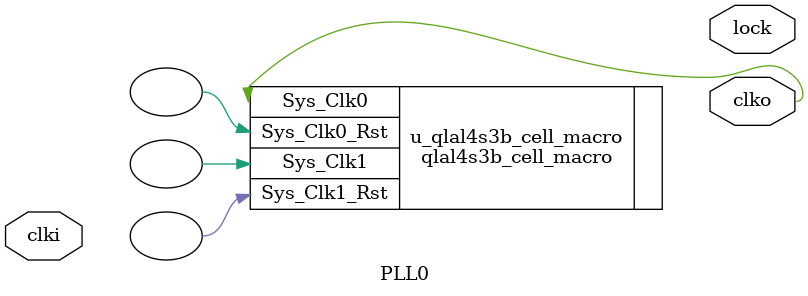
<source format=v>
module PLL0
(
    input clki, // No input since the MCU generates the clock
    output clko, // 25 MHz output from the MCU clock generator
    output lock
);

/* CPU <-> FPGA interface
    * here only one of the two clock sources
    * and corresponding reset signal are used
    * Sys_Clk0/Sys_Clk0_Rst: C16 clock domain
    * Sys_Clk1/Sys_Clk1_Rst: C21 clock domain
    */
qlal4s3b_cell_macro u_qlal4s3b_cell_macro (
    .Sys_Clk0 (clko),
    .Sys_Clk0_Rst (),
    .Sys_Clk1     (),
    .Sys_Clk1_Rst ()
);

endmodule


</source>
